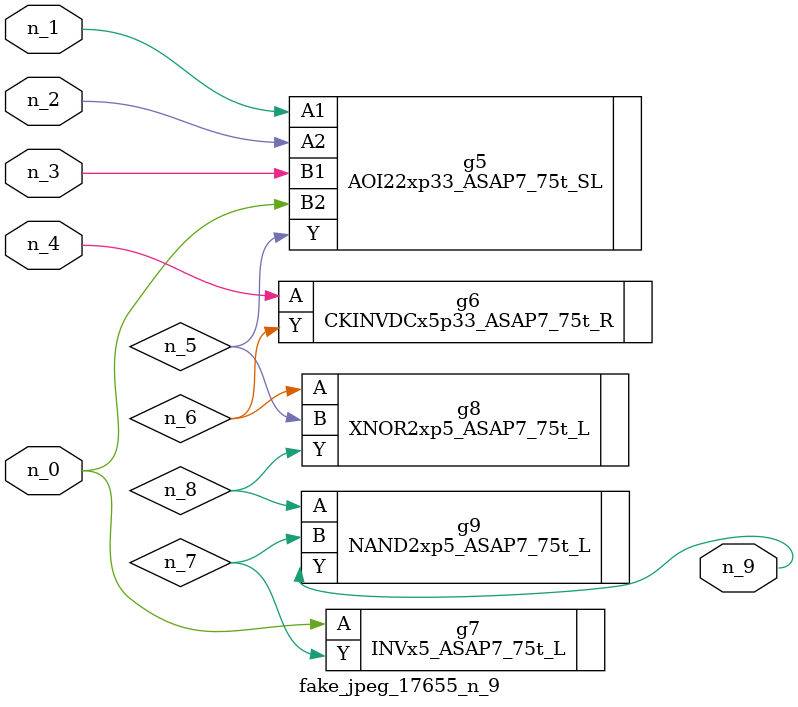
<source format=v>
module fake_jpeg_17655_n_9 (n_3, n_2, n_1, n_0, n_4, n_9);

input n_3;
input n_2;
input n_1;
input n_0;
input n_4;

output n_9;

wire n_8;
wire n_6;
wire n_5;
wire n_7;

AOI22xp33_ASAP7_75t_SL g5 ( 
.A1(n_1),
.A2(n_2),
.B1(n_3),
.B2(n_0),
.Y(n_5)
);

CKINVDCx5p33_ASAP7_75t_R g6 ( 
.A(n_4),
.Y(n_6)
);

INVx5_ASAP7_75t_L g7 ( 
.A(n_0),
.Y(n_7)
);

XNOR2xp5_ASAP7_75t_L g8 ( 
.A(n_6),
.B(n_5),
.Y(n_8)
);

NAND2xp5_ASAP7_75t_L g9 ( 
.A(n_8),
.B(n_7),
.Y(n_9)
);


endmodule
</source>
